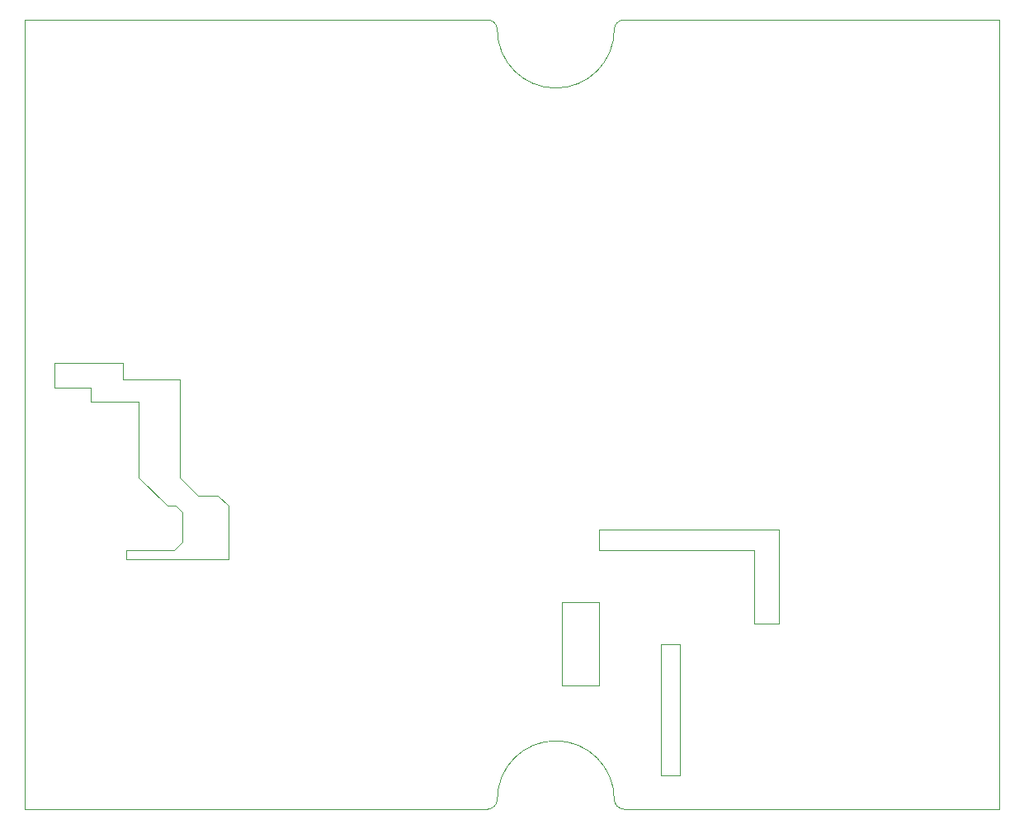
<source format=gm1>
G04 #@! TF.GenerationSoftware,KiCad,Pcbnew,(5.1.8)-1*
G04 #@! TF.CreationDate,2021-07-21T13:46:02+02:00*
G04 #@! TF.ProjectId,sensactOutdoor,73656e73-6163-4744-9f75-74646f6f722e,rev?*
G04 #@! TF.SameCoordinates,Original*
G04 #@! TF.FileFunction,Profile,NP*
%FSLAX46Y46*%
G04 Gerber Fmt 4.6, Leading zero omitted, Abs format (unit mm)*
G04 Created by KiCad (PCBNEW (5.1.8)-1) date 2021-07-21 13:46:02*
%MOMM*%
%LPD*%
G01*
G04 APERTURE LIST*
G04 #@! TA.AperFunction,Profile*
%ADD10C,0.050000*%
G04 #@! TD*
G04 APERTURE END LIST*
D10*
X40300000Y-75900000D02*
X41148000Y-75057000D01*
X35052000Y-58420000D02*
X40894000Y-58420000D01*
X35052000Y-56750000D02*
X35052000Y-58420000D01*
X28067000Y-56750000D02*
X35052000Y-56750000D01*
X28067000Y-59250000D02*
X28067000Y-56750000D01*
X31750000Y-59250000D02*
X28067000Y-59250000D01*
X31750000Y-60706000D02*
X31750000Y-59250000D01*
X36703000Y-60706000D02*
X31750000Y-60706000D01*
X36703000Y-68453000D02*
X39624000Y-71374000D01*
X41148000Y-72009000D02*
X40513000Y-71374000D01*
X45900000Y-71400000D02*
X45900000Y-76900000D01*
X44831000Y-70358000D02*
X45900000Y-71400000D01*
X42799000Y-70358000D02*
X44831000Y-70358000D01*
X40894000Y-68453000D02*
X42799000Y-70358000D01*
X40894000Y-58420000D02*
X40894000Y-68453000D01*
X36703000Y-68453000D02*
X36703000Y-60706000D01*
X40513000Y-71374000D02*
X39624000Y-71374000D01*
X41148000Y-75057000D02*
X41148000Y-72009000D01*
X35400000Y-75900000D02*
X35400000Y-76900000D01*
X40300000Y-75900000D02*
X35400000Y-75900000D01*
X35400000Y-76900000D02*
X45900000Y-76900000D01*
X92265500Y-99060000D02*
X90297000Y-99060000D01*
X92265500Y-85598000D02*
X92262000Y-99060000D01*
X90297000Y-85598000D02*
X92265500Y-85598000D01*
X90297000Y-99060000D02*
X90297000Y-85598000D01*
X110500000Y-102500000D02*
X98500000Y-102500000D01*
X86500000Y-102500000D02*
G75*
G02*
X85500000Y-101500000I0J1000000D01*
G01*
X73500000Y-101500000D02*
G75*
G02*
X72500000Y-102500000I-1000000J0D01*
G01*
X73500000Y-101500000D02*
G75*
G02*
X85500000Y-101500000I6000000J0D01*
G01*
X72500000Y-21500000D02*
G75*
G02*
X73500000Y-22500000I0J-1000000D01*
G01*
X85500000Y-22500000D02*
G75*
G02*
X86500000Y-21500000I1000000J0D01*
G01*
X85500000Y-22500000D02*
G75*
G02*
X73500000Y-22500000I-6000000J0D01*
G01*
X83947000Y-73787000D02*
X102362000Y-73787000D01*
X83947000Y-75946000D02*
X83947000Y-73787000D01*
X99822000Y-75946000D02*
X83947000Y-75946000D01*
X80137000Y-81280000D02*
X83947000Y-81280000D01*
X80137000Y-89789000D02*
X80137000Y-81280000D01*
X83947000Y-89789000D02*
X80137000Y-89789000D01*
X83947000Y-81280000D02*
X83947000Y-89789000D01*
X125000000Y-102500000D02*
X110500000Y-102500000D01*
X99822000Y-83439000D02*
X99822000Y-75946000D01*
X102362000Y-83439000D02*
X99822000Y-83439000D01*
X102362000Y-73787000D02*
X102362000Y-83439000D01*
X125000000Y-21500000D02*
X86500000Y-21500000D01*
X98500000Y-102500000D02*
X86500000Y-102500000D01*
X25000000Y-102500000D02*
X25000000Y-21500000D01*
X72500000Y-102500000D02*
X25000000Y-102500000D01*
X125000000Y-21500000D02*
X125000000Y-102500000D01*
X25000000Y-21500000D02*
X72500000Y-21500000D01*
M02*

</source>
